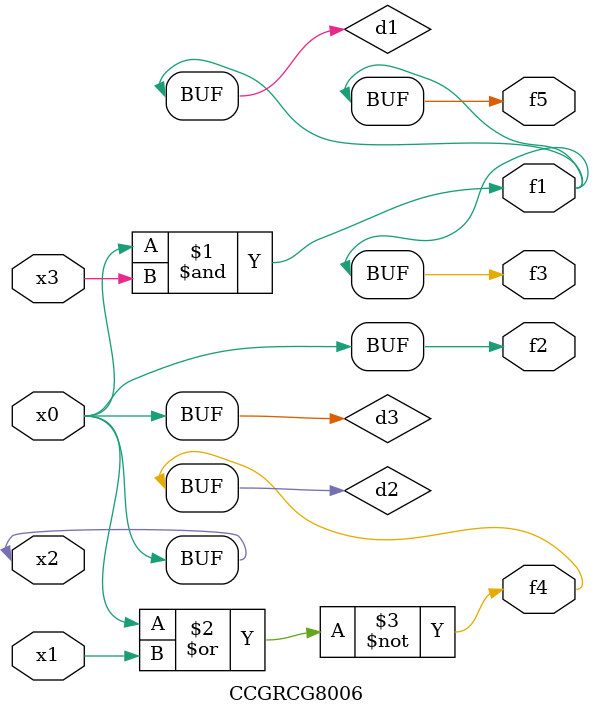
<source format=v>
module CCGRCG8006(
	input x0, x1, x2, x3,
	output f1, f2, f3, f4, f5
);

	wire d1, d2, d3;

	and (d1, x2, x3);
	nor (d2, x0, x1);
	buf (d3, x0, x2);
	assign f1 = d1;
	assign f2 = d3;
	assign f3 = d1;
	assign f4 = d2;
	assign f5 = d1;
endmodule

</source>
